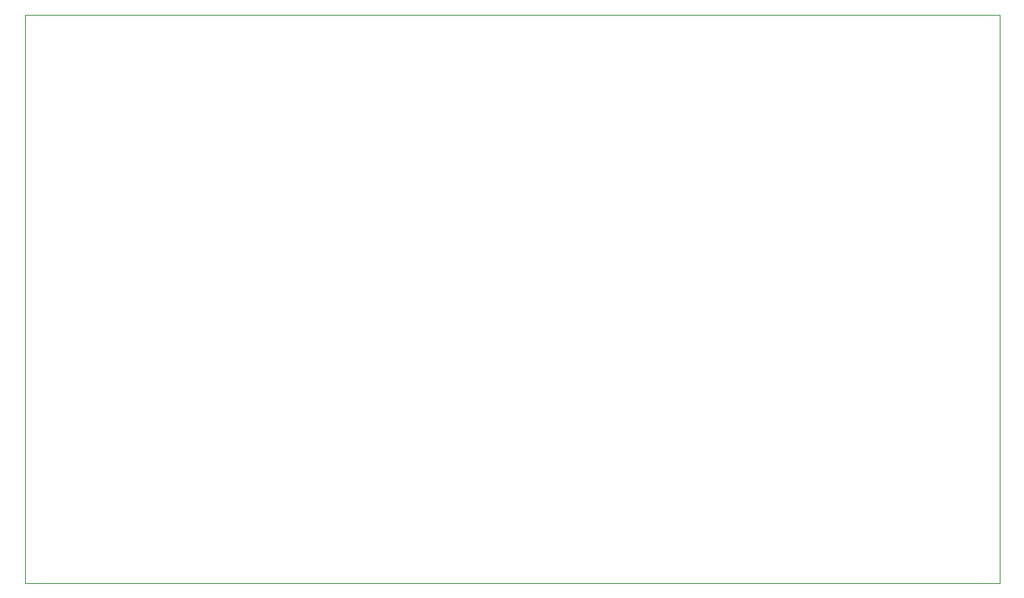
<source format=gbr>
%TF.GenerationSoftware,KiCad,Pcbnew,5.1.9-73d0e3b20d~88~ubuntu20.04.1*%
%TF.CreationDate,2021-01-16T15:58:39+00:00*%
%TF.ProjectId,main-board,6d61696e-2d62-46f6-9172-642e6b696361,rev?*%
%TF.SameCoordinates,Original*%
%TF.FileFunction,Profile,NP*%
%FSLAX46Y46*%
G04 Gerber Fmt 4.6, Leading zero omitted, Abs format (unit mm)*
G04 Created by KiCad (PCBNEW 5.1.9-73d0e3b20d~88~ubuntu20.04.1) date 2021-01-16 15:58:39*
%MOMM*%
%LPD*%
G01*
G04 APERTURE LIST*
%TA.AperFunction,Profile*%
%ADD10C,0.100000*%
%TD*%
G04 APERTURE END LIST*
D10*
X66675000Y-86995000D02*
X66675000Y-25400000D01*
X172085000Y-86995000D02*
X66675000Y-86995000D01*
X172085000Y-25400000D02*
X172085000Y-86995000D01*
X66675000Y-25400000D02*
X172085000Y-25400000D01*
M02*

</source>
